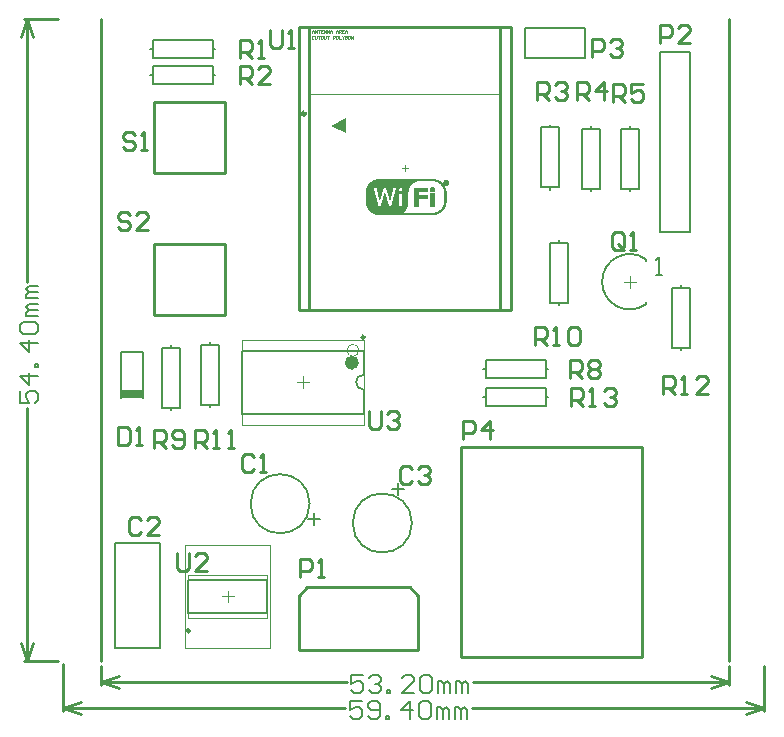
<source format=gto>
G04 Layer_Color=65535*
%FSLAX25Y25*%
%MOIN*%
G70*
G01*
G75*
%ADD18C,0.00394*%
%ADD19C,0.01000*%
%ADD20C,0.00200*%
%ADD21C,0.00197*%
%ADD32C,0.00787*%
%ADD33C,0.00984*%
%ADD34C,0.02362*%
%ADD35C,0.01181*%
%ADD36C,0.00050*%
%ADD37C,0.00600*%
%ADD38C,0.00591*%
%ADD39R,0.07480X0.03150*%
G36*
X94453Y176000D02*
X89453Y178500D01*
X94453Y181000D01*
Y176000D01*
D02*
G37*
D18*
X98701Y103630D02*
G03*
X98701Y103630I-1969J0D01*
G01*
X41811Y14279D02*
X68189D01*
X41811Y28886D02*
X68189D01*
X41811Y14279D02*
Y28886D01*
X68189Y14279D02*
Y28886D01*
X59724Y107173D02*
X100276D01*
X59724Y78827D02*
X100276D01*
Y107173D01*
X59724Y78827D02*
Y107173D01*
X55000Y19614D02*
Y23551D01*
X53031Y21583D02*
X56969D01*
X80000Y91032D02*
Y94969D01*
X78032Y93000D02*
X81969D01*
X187032Y126500D02*
X190969D01*
X189000Y124531D02*
Y128469D01*
X113980Y163333D02*
Y165333D01*
X112980Y164333D02*
X114980D01*
D19*
X222047Y-8000D02*
Y-1500D01*
X12598Y-8000D02*
Y-1500D01*
X136817Y-7000D02*
X222047D01*
X12598D02*
X94629D01*
X216047Y-5000D02*
X222047Y-7000D01*
X216047Y-9000D02*
X222047Y-7000D01*
X12598D02*
X18598Y-9000D01*
X12598Y-7000D02*
X18598Y-5000D01*
X233858Y-16500D02*
Y-1500D01*
X0Y-16500D02*
Y-1000D01*
X136423Y-15500D02*
X233858D01*
X0D02*
X94235D01*
X227858Y-13500D02*
X233858Y-15500D01*
X227858Y-17500D02*
X233858Y-15500D01*
X0D02*
X6000Y-17500D01*
X0Y-15500D02*
X6000Y-13500D01*
X-13000Y214173D02*
X-1500D01*
X-13000Y0D02*
X-1500D01*
X-12000Y126580D02*
Y214173D01*
Y0D02*
Y84393D01*
X-14000Y208173D02*
X-12000Y214173D01*
X-10000Y208173D01*
X-12000Y0D02*
X-10000Y6000D01*
X-14000D02*
X-12000Y0D01*
X132882Y1417D02*
Y71260D01*
Y1417D02*
X193118D01*
X132882Y71260D02*
X193118D01*
Y1417D02*
Y71260D01*
X12598Y0D02*
Y214173D01*
X222047Y0D02*
Y214173D01*
X82156Y182108D02*
Y211457D01*
Y117207D02*
Y119774D01*
X145806Y182107D02*
Y211457D01*
Y117207D02*
Y119775D01*
X82156Y211457D02*
X145806D01*
X82156Y117207D02*
X145806D01*
X118354Y3791D02*
Y21902D01*
X115598Y24657D02*
X118354Y21902D01*
X78591Y3791D02*
X117961D01*
X78591Y21902D02*
X81346Y24657D01*
X78591Y3791D02*
Y21902D01*
X81346Y24657D02*
X115598D01*
X30288Y186256D02*
X53909D01*
X30288Y162634D02*
Y186256D01*
X53909Y162634D02*
Y186256D01*
X30288Y162634D02*
X53909D01*
X30288Y139039D02*
X53909D01*
X30288Y115417D02*
Y139039D01*
X53909Y115417D02*
Y139039D01*
X30288Y115417D02*
X53909D01*
X102000Y83498D02*
Y78500D01*
X103000Y77500D01*
X104999D01*
X105999Y78500D01*
Y83498D01*
X107998Y82498D02*
X108998Y83498D01*
X110997D01*
X111997Y82498D01*
Y81499D01*
X110997Y80499D01*
X109997D01*
X110997D01*
X111997Y79499D01*
Y78500D01*
X110997Y77500D01*
X108998D01*
X107998Y78500D01*
X38000Y36081D02*
Y31082D01*
X39000Y30083D01*
X40999D01*
X41999Y31082D01*
Y36081D01*
X47997Y30083D02*
X43998D01*
X47997Y34081D01*
Y35081D01*
X46997Y36081D01*
X44998D01*
X43998Y35081D01*
X69000Y210498D02*
Y205500D01*
X70000Y204500D01*
X71999D01*
X72999Y205500D01*
Y210498D01*
X74998Y204500D02*
X76997D01*
X75998D01*
Y210498D01*
X74998Y209498D01*
X22499Y148782D02*
X21499Y149782D01*
X19500D01*
X18500Y148782D01*
Y147782D01*
X19500Y146782D01*
X21499D01*
X22499Y145783D01*
Y144783D01*
X21499Y143783D01*
X19500D01*
X18500Y144783D01*
X28497Y143783D02*
X24498D01*
X28497Y147782D01*
Y148782D01*
X27497Y149782D01*
X25498D01*
X24498Y148782D01*
X23999Y175282D02*
X22999Y176281D01*
X21000D01*
X20000Y175282D01*
Y174282D01*
X21000Y173282D01*
X22999D01*
X23999Y172283D01*
Y171283D01*
X22999Y170283D01*
X21000D01*
X20000Y171283D01*
X25998Y170283D02*
X27997D01*
X26998D01*
Y176281D01*
X25998Y175282D01*
X169500Y85000D02*
Y90998D01*
X172499D01*
X173499Y89998D01*
Y87999D01*
X172499Y86999D01*
X169500D01*
X171499D02*
X173499Y85000D01*
X175498D02*
X177497D01*
X176498D01*
Y90998D01*
X175498Y89998D01*
X180496D02*
X181496Y90998D01*
X183495D01*
X184495Y89998D01*
Y88999D01*
X183495Y87999D01*
X182496D01*
X183495D01*
X184495Y86999D01*
Y86000D01*
X183495Y85000D01*
X181496D01*
X180496Y86000D01*
X200000Y89000D02*
Y94998D01*
X202999D01*
X203999Y93998D01*
Y91999D01*
X202999Y90999D01*
X200000D01*
X201999D02*
X203999Y89000D01*
X205998D02*
X207997D01*
X206998D01*
Y94998D01*
X205998Y93998D01*
X214995Y89000D02*
X210996D01*
X214995Y92999D01*
Y93998D01*
X213996Y94998D01*
X211996D01*
X210996Y93998D01*
X44000Y71000D02*
Y76998D01*
X46999D01*
X47999Y75998D01*
Y73999D01*
X46999Y72999D01*
X44000D01*
X45999D02*
X47999Y71000D01*
X49998D02*
X51997D01*
X50998D01*
Y76998D01*
X49998Y75998D01*
X54996Y71000D02*
X56996D01*
X55996D01*
Y76998D01*
X54996Y75998D01*
X157500Y105500D02*
Y111498D01*
X160499D01*
X161499Y110498D01*
Y108499D01*
X160499Y107499D01*
X157500D01*
X159499D02*
X161499Y105500D01*
X163498D02*
X165497D01*
X164498D01*
Y111498D01*
X163498Y110498D01*
X168496D02*
X169496Y111498D01*
X171495D01*
X172495Y110498D01*
Y106500D01*
X171495Y105500D01*
X169496D01*
X168496Y106500D01*
Y110498D01*
X30500Y71000D02*
Y76998D01*
X33499D01*
X34499Y75998D01*
Y73999D01*
X33499Y72999D01*
X30500D01*
X32499D02*
X34499Y71000D01*
X36498Y72000D02*
X37498Y71000D01*
X39497D01*
X40497Y72000D01*
Y75998D01*
X39497Y76998D01*
X37498D01*
X36498Y75998D01*
Y74999D01*
X37498Y73999D01*
X40497D01*
X169000Y94500D02*
Y100498D01*
X171999D01*
X172999Y99498D01*
Y97499D01*
X171999Y96499D01*
X169000D01*
X170999D02*
X172999Y94500D01*
X174998Y99498D02*
X175998Y100498D01*
X177997D01*
X178997Y99498D01*
Y98499D01*
X177997Y97499D01*
X178997Y96499D01*
Y95500D01*
X177997Y94500D01*
X175998D01*
X174998Y95500D01*
Y96499D01*
X175998Y97499D01*
X174998Y98499D01*
Y99498D01*
X175998Y97499D02*
X177997D01*
X183500Y186500D02*
Y192498D01*
X186499D01*
X187499Y191498D01*
Y189499D01*
X186499Y188499D01*
X183500D01*
X185499D02*
X187499Y186500D01*
X193497Y192498D02*
X189498D01*
Y189499D01*
X191497Y190499D01*
X192497D01*
X193497Y189499D01*
Y187500D01*
X192497Y186500D01*
X190498D01*
X189498Y187500D01*
X171500Y187000D02*
Y192998D01*
X174499D01*
X175499Y191998D01*
Y189999D01*
X174499Y188999D01*
X171500D01*
X173499D02*
X175499Y187000D01*
X180497D02*
Y192998D01*
X177498Y189999D01*
X181497D01*
X158000Y187000D02*
Y192998D01*
X160999D01*
X161999Y191998D01*
Y189999D01*
X160999Y188999D01*
X158000D01*
X159999D02*
X161999Y187000D01*
X163998Y191998D02*
X164998Y192998D01*
X166997D01*
X167997Y191998D01*
Y190999D01*
X166997Y189999D01*
X165997D01*
X166997D01*
X167997Y188999D01*
Y188000D01*
X166997Y187000D01*
X164998D01*
X163998Y188000D01*
X59000Y192500D02*
Y198498D01*
X61999D01*
X62999Y197498D01*
Y195499D01*
X61999Y194499D01*
X59000D01*
X60999D02*
X62999Y192500D01*
X68997D02*
X64998D01*
X68997Y196499D01*
Y197498D01*
X67997Y198498D01*
X65998D01*
X64998Y197498D01*
X59000Y201000D02*
Y206998D01*
X61999D01*
X62999Y205998D01*
Y203999D01*
X61999Y202999D01*
X59000D01*
X60999D02*
X62999Y201000D01*
X64998D02*
X66997D01*
X65998D01*
Y206998D01*
X64998Y205998D01*
X186999Y138000D02*
Y141998D01*
X185999Y142998D01*
X184000D01*
X183000Y141998D01*
Y138000D01*
X184000Y137000D01*
X185999D01*
X184999Y138999D02*
X186999Y137000D01*
X185999D02*
X186999Y138000D01*
X188998Y137000D02*
X190997D01*
X189998D01*
Y142998D01*
X188998Y141998D01*
X133500Y74000D02*
Y79998D01*
X136499D01*
X137499Y78998D01*
Y76999D01*
X136499Y75999D01*
X133500D01*
X142497Y74000D02*
Y79998D01*
X139498Y76999D01*
X143497D01*
X176500Y201500D02*
Y207498D01*
X179499D01*
X180499Y206498D01*
Y204499D01*
X179499Y203499D01*
X176500D01*
X182498Y206498D02*
X183498Y207498D01*
X185497D01*
X186497Y206498D01*
Y205499D01*
X185497Y204499D01*
X184497D01*
X185497D01*
X186497Y203499D01*
Y202500D01*
X185497Y201500D01*
X183498D01*
X182498Y202500D01*
X199000Y206000D02*
Y211998D01*
X201999D01*
X202999Y210998D01*
Y208999D01*
X201999Y207999D01*
X199000D01*
X208997Y206000D02*
X204998D01*
X208997Y209999D01*
Y210998D01*
X207997Y211998D01*
X205998D01*
X204998Y210998D01*
X79058Y28128D02*
Y34126D01*
X82056D01*
X83056Y33127D01*
Y31127D01*
X82056Y30128D01*
X79058D01*
X85056Y28128D02*
X87055D01*
X86055D01*
Y34126D01*
X85056Y33127D01*
X18500Y77998D02*
Y72000D01*
X21499D01*
X22499Y73000D01*
Y76998D01*
X21499Y77998D01*
X18500D01*
X24498Y72000D02*
X26497D01*
X25498D01*
Y77998D01*
X24498Y76998D01*
X116499Y63998D02*
X115499Y64998D01*
X113500D01*
X112500Y63998D01*
Y60000D01*
X113500Y59000D01*
X115499D01*
X116499Y60000D01*
X118498Y63998D02*
X119498Y64998D01*
X121497D01*
X122497Y63998D01*
Y62999D01*
X121497Y61999D01*
X120497D01*
X121497D01*
X122497Y60999D01*
Y60000D01*
X121497Y59000D01*
X119498D01*
X118498Y60000D01*
X25999Y46998D02*
X24999Y47998D01*
X23000D01*
X22000Y46998D01*
Y43000D01*
X23000Y42000D01*
X24999D01*
X25999Y43000D01*
X31997Y42000D02*
X27998D01*
X31997Y45999D01*
Y46998D01*
X30997Y47998D01*
X28998D01*
X27998Y46998D01*
X63841Y67998D02*
X62842Y68998D01*
X60842D01*
X59843Y67998D01*
Y64000D01*
X60842Y63000D01*
X62842D01*
X63841Y64000D01*
X65841Y63000D02*
X67840D01*
X66840D01*
Y68998D01*
X65841Y67998D01*
X82155Y117208D02*
X145806D01*
Y211458D01*
X82155D02*
X145806D01*
X82155Y117208D02*
Y211458D01*
X78646Y117208D02*
Y211458D01*
X149315D01*
Y117208D02*
Y211458D01*
X78646Y117208D02*
X149315D01*
D20*
X81984Y189238D02*
Y211500D01*
X145984D01*
Y189238D02*
Y211500D01*
X81984Y189238D02*
X145984D01*
X83651Y208333D02*
X83484Y208500D01*
X83151D01*
X82984Y208333D01*
Y207667D01*
X83151Y207500D01*
X83484D01*
X83651Y207667D01*
X83984Y208500D02*
Y207667D01*
X84150Y207500D01*
X84484D01*
X84650Y207667D01*
Y208500D01*
X84984D02*
X85650D01*
X85317D01*
Y207500D01*
X86483Y208500D02*
X86150D01*
X85983Y208333D01*
Y207667D01*
X86150Y207500D01*
X86483D01*
X86650Y207667D01*
Y208333D01*
X86483Y208500D01*
X86983D02*
Y207667D01*
X87150Y207500D01*
X87483D01*
X87649Y207667D01*
Y208500D01*
X87983D02*
X88649D01*
X88316D01*
Y207500D01*
X89982D02*
Y208500D01*
X90482D01*
X90649Y208333D01*
Y208000D01*
X90482Y207833D01*
X89982D01*
X91482Y208500D02*
X91148D01*
X90982Y208333D01*
Y207667D01*
X91148Y207500D01*
X91482D01*
X91648Y207667D01*
Y208333D01*
X91482Y208500D01*
X91981D02*
Y207500D01*
X92648D01*
X92981Y208500D02*
Y208333D01*
X93314Y208000D01*
X93647Y208333D01*
Y208500D01*
X93314Y208000D02*
Y207500D01*
X94647Y208333D02*
X94481Y208500D01*
X94147D01*
X93981Y208333D01*
Y207667D01*
X94147Y207500D01*
X94481D01*
X94647Y207667D01*
Y208000D01*
X94314D01*
X95480Y208500D02*
X95147D01*
X94980Y208333D01*
Y207667D01*
X95147Y207500D01*
X95480D01*
X95647Y207667D01*
Y208333D01*
X95480Y208500D01*
X95980Y207500D02*
Y208500D01*
X96646Y207500D01*
Y208500D01*
X82984Y209500D02*
Y210167D01*
X83318Y210500D01*
X83651Y210167D01*
Y209500D01*
Y210000D01*
X82984D01*
X83984Y209500D02*
Y210500D01*
X84650Y209500D01*
Y210500D01*
X84984D02*
X85650D01*
X85317D01*
Y209500D01*
X86650Y210500D02*
X85983D01*
Y209500D01*
X86650D01*
X85983Y210000D02*
X86317D01*
X86983Y209500D02*
Y210500D01*
X87649Y209500D01*
Y210500D01*
X87983Y209500D02*
Y210500D01*
X88649Y209500D01*
Y210500D01*
X88982Y209500D02*
Y210167D01*
X89316Y210500D01*
X89649Y210167D01*
Y209500D01*
Y210000D01*
X88982D01*
X90982Y209500D02*
Y210167D01*
X91315Y210500D01*
X91648Y210167D01*
Y209500D01*
Y210000D01*
X90982D01*
X91981Y209500D02*
Y210500D01*
X92481D01*
X92648Y210333D01*
Y210000D01*
X92481Y209833D01*
X91981D01*
X92315D02*
X92648Y209500D01*
X93647Y210500D02*
X92981D01*
Y209500D01*
X93647D01*
X92981Y210000D02*
X93314D01*
X93981Y209500D02*
Y210167D01*
X94314Y210500D01*
X94647Y210167D01*
Y209500D01*
Y210000D01*
X93981D01*
D21*
X40827Y4457D02*
X69173D01*
X40827Y38709D02*
X69173D01*
X40827Y4457D02*
Y38709D01*
X69173Y4457D02*
Y38709D01*
D32*
X82264Y52500D02*
G03*
X82264Y52500I-9843J0D01*
G01*
X100276Y95500D02*
G03*
X100276Y90500I0J-2500D01*
G01*
X194315Y134059D02*
G03*
X194315Y118941I-5315J-7559D01*
G01*
X116342Y46079D02*
G03*
X116342Y46079I-9843J0D01*
G01*
X83642Y45382D02*
Y49252D01*
X81839Y47283D02*
X85709D01*
X162500Y139500D02*
X165500D01*
X162500Y119500D02*
Y139500D01*
Y119500D02*
X168500D01*
Y139500D01*
X165500D02*
X168500D01*
X165500Y118600D02*
Y119500D01*
Y139500D02*
Y140400D01*
X41811Y16071D02*
X68189D01*
X41811Y27094D02*
X68189D01*
X41811Y16071D02*
Y27094D01*
X68189Y16071D02*
Y27094D01*
X17500Y4500D02*
X32500D01*
X17500D02*
Y39500D01*
X32500D01*
Y4500D02*
Y39500D01*
X141000Y85000D02*
Y88000D01*
Y85000D02*
X161000D01*
Y91000D01*
X141000D02*
X161000D01*
X141000Y88000D02*
Y91000D01*
X161000Y88000D02*
X161900D01*
X140100D02*
X141000D01*
X161000Y97500D02*
Y100500D01*
X141000D02*
X161000D01*
X141000Y94500D02*
Y100500D01*
Y94500D02*
X161000D01*
Y97500D01*
X140100D02*
X141000D01*
X161000D02*
X161900D01*
X19260Y103177D02*
X26740D01*
Y87823D02*
Y103177D01*
X19260Y87823D02*
Y103177D01*
X59724Y103433D02*
X100276D01*
X59724Y82567D02*
X100276D01*
Y95500D02*
Y103433D01*
Y82567D02*
Y90500D01*
X59724Y82567D02*
Y103433D01*
X186000Y177500D02*
X189000D01*
X186000Y157500D02*
Y177500D01*
Y157500D02*
X192000D01*
Y177500D01*
X189000D02*
X192000D01*
X189000Y156600D02*
Y157500D01*
Y177500D02*
Y178400D01*
X206000Y104500D02*
X209000D01*
Y124500D01*
X203000D02*
X209000D01*
X203000Y104500D02*
Y124500D01*
Y104500D02*
X206000D01*
Y124500D02*
Y125400D01*
Y103600D02*
Y104500D01*
X50000Y195500D02*
Y198500D01*
X30000D02*
X50000D01*
X30000Y192500D02*
Y198500D01*
Y192500D02*
X50000D01*
Y195500D01*
X29100D02*
X30000D01*
X50000D02*
X50900D01*
X194315Y133390D02*
Y134059D01*
Y118941D02*
Y119610D01*
X33000Y104500D02*
X36000D01*
X33000Y84500D02*
Y104500D01*
Y84500D02*
X39000D01*
Y104500D01*
X36000D02*
X39000D01*
X36000Y83600D02*
Y84500D01*
Y104500D02*
Y105400D01*
X49000Y85500D02*
X52000D01*
Y105500D01*
X46000D02*
X52000D01*
X46000Y85500D02*
Y105500D01*
Y85500D02*
X49000D01*
Y105500D02*
Y106400D01*
Y84600D02*
Y85500D01*
X50000Y204000D02*
Y207000D01*
X30000D02*
X50000D01*
X30000Y201000D02*
Y207000D01*
Y201000D02*
X50000D01*
Y204000D01*
X29100D02*
X30000D01*
X50000D02*
X50900D01*
X154000Y201000D02*
Y211000D01*
X174000D01*
Y201000D02*
Y211000D01*
X154000Y201000D02*
X174000D01*
X199000Y143000D02*
X209000D01*
X199000Y203000D02*
X209000D01*
Y143000D02*
Y203000D01*
X199000Y143000D02*
Y203000D01*
X176000Y157500D02*
X179000D01*
Y177500D01*
X173000D02*
X179000D01*
X173000Y157500D02*
Y177500D01*
Y157500D02*
X176000D01*
Y177500D02*
Y178400D01*
Y156600D02*
Y157500D01*
X162500Y158000D02*
X165500D01*
Y178000D01*
X159500D02*
X165500D01*
X159500Y158000D02*
Y178000D01*
Y158000D02*
X162500D01*
Y178000D02*
Y178900D01*
Y157100D02*
Y158000D01*
X111716Y55496D02*
Y59366D01*
X109748Y57299D02*
X113618D01*
D33*
X42303Y10165D02*
G03*
X42303Y10165I-492J0D01*
G01*
X100610Y108000D02*
G03*
X100610Y108000I-492J0D01*
G01*
D34*
X97520Y99496D02*
G03*
X97520Y99496I-1181J0D01*
G01*
D35*
X80910Y182536D02*
G03*
X80910Y182536I-591J0D01*
G01*
D36*
X104884Y160700D02*
X123684D01*
X104584Y160650D02*
X123984D01*
X104384Y160600D02*
X124184D01*
X104184Y160550D02*
X124384D01*
X104034Y160500D02*
X124534D01*
X103884Y160450D02*
X124684D01*
X103784Y160400D02*
X124784D01*
X103634Y160350D02*
X124934D01*
X127434D02*
X127934D01*
X103534Y160300D02*
X125034D01*
X127284D02*
X128034D01*
X103434Y160250D02*
X118134D01*
X123784D02*
X125134D01*
X127234D02*
X128134D01*
X103334Y160200D02*
X117834D01*
X124034D02*
X125234D01*
X127184D02*
X127534D01*
X127834D02*
X128184D01*
X103234Y160150D02*
X117684D01*
X124234D02*
X125334D01*
X127084D02*
X127384D01*
X127984D02*
X128234D01*
X103184Y160100D02*
X117484D01*
X124434D02*
X125384D01*
X127084D02*
X127334D01*
X128034D02*
X128284D01*
X103084Y160050D02*
X117384D01*
X124584D02*
X125484D01*
X127034D02*
X127234D01*
X128084D02*
X128334D01*
X102984Y160000D02*
X117234D01*
X124684D02*
X125534D01*
X126984D02*
X127184D01*
X127334D02*
X127784D01*
X128134D02*
X128334D01*
X102934Y159950D02*
X117134D01*
X124834D02*
X125634D01*
X126984D02*
X127184D01*
X127334D02*
X127934D01*
X128184D02*
X128384D01*
X102884Y159900D02*
X117034D01*
X124934D02*
X125684D01*
X126934D02*
X127134D01*
X127334D02*
X127984D01*
X128234D02*
X128384D01*
X102784Y159850D02*
X116934D01*
X125034D02*
X125784D01*
X126934D02*
X127134D01*
X127334D02*
X127484D01*
X127734D02*
X127984D01*
X128234D02*
X128434D01*
X102734Y159800D02*
X116834D01*
X125134D02*
X125834D01*
X126934D02*
X127084D01*
X127334D02*
X127484D01*
X127784D02*
X127984D01*
X128284D02*
X128434D01*
X102684Y159750D02*
X116734D01*
X125184D02*
X125884D01*
X126884D02*
X127084D01*
X127334D02*
X127484D01*
X127784D02*
X127984D01*
X128284D02*
X128434D01*
X102584Y159700D02*
X116684D01*
X125284D02*
X125984D01*
X126884D02*
X127084D01*
X127334D02*
X127484D01*
X127784D02*
X127984D01*
X128284D02*
X128434D01*
X102534Y159650D02*
X116584D01*
X125334D02*
X126034D01*
X126884D02*
X127084D01*
X127334D02*
X127984D01*
X128284D02*
X128484D01*
X102484Y159600D02*
X116534D01*
X125434D02*
X126084D01*
X126884D02*
X127084D01*
X127334D02*
X127934D01*
X128284D02*
X128484D01*
X102434Y159550D02*
X116434D01*
X125484D02*
X126134D01*
X126884D02*
X127034D01*
X127334D02*
X127834D01*
X128284D02*
X128484D01*
X102384Y159500D02*
X116384D01*
X125584D02*
X126184D01*
X126884D02*
X127084D01*
X127334D02*
X127484D01*
X127584D02*
X127834D01*
X128284D02*
X128484D01*
X102334Y159450D02*
X116334D01*
X125634D02*
X126234D01*
X126884D02*
X127084D01*
X127334D02*
X127484D01*
X127684D02*
X127884D01*
X128284D02*
X128434D01*
X102284Y159400D02*
X116284D01*
X125684D02*
X126284D01*
X126884D02*
X127084D01*
X127334D02*
X127484D01*
X127684D02*
X127934D01*
X128284D02*
X128434D01*
X102234Y159350D02*
X116184D01*
X125784D02*
X126334D01*
X126934D02*
X127084D01*
X127334D02*
X127484D01*
X127734D02*
X127934D01*
X128234D02*
X128434D01*
X102184Y159300D02*
X116134D01*
X125834D02*
X126384D01*
X126934D02*
X127134D01*
X127334D02*
X127484D01*
X127784D02*
X127984D01*
X128234D02*
X128434D01*
X102134Y159250D02*
X116084D01*
X125884D02*
X126434D01*
X126984D02*
X127134D01*
X127334D02*
X127484D01*
X127784D02*
X128034D01*
X128184D02*
X128384D01*
X102084Y159200D02*
X116034D01*
X125934D02*
X126484D01*
X126984D02*
X127184D01*
X127334D02*
X127484D01*
X127834D02*
X128034D01*
X128184D02*
X128384D01*
X102034Y159150D02*
X115984D01*
X125984D02*
X126534D01*
X127034D02*
X127234D01*
X128134D02*
X128334D01*
X101984Y159100D02*
X115934D01*
X126034D02*
X126534D01*
X127034D02*
X127284D01*
X128034D02*
X128284D01*
X101984Y159050D02*
X115884D01*
X126084D02*
X126584D01*
X127084D02*
X127384D01*
X127984D02*
X128234D01*
X101934Y159000D02*
X115884D01*
X126134D02*
X126634D01*
X127134D02*
X127484D01*
X127884D02*
X128184D01*
X101884Y158950D02*
X115834D01*
X126184D02*
X126684D01*
X127234D02*
X128134D01*
X101834Y158900D02*
X115784D01*
X126184D02*
X126734D01*
X127284D02*
X128084D01*
X101834Y158850D02*
X115734D01*
X126234D02*
X126734D01*
X127434D02*
X127934D01*
X101784Y158800D02*
X115684D01*
X126284D02*
X126784D01*
X101734Y158750D02*
X115634D01*
X126334D02*
X126834D01*
X101684Y158700D02*
X115634D01*
X126384D02*
X126834D01*
X101684Y158650D02*
X115584D01*
X126384D02*
X126884D01*
X101634Y158600D02*
X115534D01*
X126434D02*
X126934D01*
X101634Y158550D02*
X115534D01*
X126484D02*
X126934D01*
X101584Y158500D02*
X115484D01*
X126484D02*
X126984D01*
X101534Y158450D02*
X115434D01*
X126534D02*
X126984D01*
X101534Y158400D02*
X115434D01*
X126584D02*
X127034D01*
X101484Y158350D02*
X115384D01*
X126584D02*
X127084D01*
X101484Y158300D02*
X115384D01*
X126634D02*
X127084D01*
X101434Y158250D02*
X115334D01*
X126634D02*
X127134D01*
X101434Y158200D02*
X115334D01*
X126684D02*
X127134D01*
X101384Y158150D02*
X115284D01*
X126734D02*
X127184D01*
X101384Y158100D02*
X112334D01*
X112584D02*
X115284D01*
X122934D02*
X123134D01*
X126734D02*
X127184D01*
X101334Y158050D02*
X112134D01*
X112734D02*
X115234D01*
X122734D02*
X123334D01*
X126784D02*
X127184D01*
X101334Y158000D02*
X112034D01*
X112834D02*
X115234D01*
X122634D02*
X123434D01*
X126784D02*
X127234D01*
X101334Y157950D02*
X103334D01*
X103384D02*
X103434D01*
X104334D02*
X104434D01*
X104484D02*
X106634D01*
X107534D02*
X107584D01*
X107634D02*
X107734D01*
X107784D02*
X109884D01*
X110984D02*
X111034D01*
X111084D02*
X111984D01*
X112934D02*
X115184D01*
X122584D02*
X123534D01*
X126784D02*
X127234D01*
X101284Y157900D02*
X103284D01*
X104634D02*
X106634D01*
X107784D02*
X109834D01*
X111084D02*
X111934D01*
X112984D02*
X115184D01*
X116934D02*
X121484D01*
X122534D02*
X123584D01*
X126834D02*
X127284D01*
X101284Y157850D02*
X103284D01*
X104634D02*
X106634D01*
X107834D02*
X109834D01*
X111084D02*
X111884D01*
X113034D02*
X115184D01*
X116934D02*
X121534D01*
X122484D02*
X123634D01*
X126834D02*
X127284D01*
X101234Y157800D02*
X103334D01*
X104634D02*
X106584D01*
X107834D02*
X109834D01*
X111034D02*
X111834D01*
X113084D02*
X115134D01*
X116934D02*
X121484D01*
X122434D02*
X123634D01*
X126884D02*
X127284D01*
X101234Y157750D02*
X103334D01*
X104634D02*
X106584D01*
X107834D02*
X109784D01*
X111034D02*
X111784D01*
X113084D02*
X115134D01*
X116934D02*
X121484D01*
X122384D02*
X123684D01*
X126884D02*
X127334D01*
X101234Y157700D02*
X103334D01*
X104684D02*
X106584D01*
X107834D02*
X109784D01*
X111034D02*
X111784D01*
X113134D02*
X115084D01*
X116934D02*
X121484D01*
X122384D02*
X123734D01*
X126884D02*
X127334D01*
X101184Y157650D02*
X103334D01*
X104684D02*
X106534D01*
X107884D02*
X109784D01*
X111034D02*
X111734D01*
X113134D02*
X115084D01*
X116934D02*
X121484D01*
X122334D02*
X123734D01*
X126934D02*
X127384D01*
X101184Y157600D02*
X103384D01*
X104684D02*
X106534D01*
X107884D02*
X109784D01*
X110984D02*
X111734D01*
X113184D02*
X115084D01*
X116934D02*
X121484D01*
X122334D02*
X123784D01*
X126934D02*
X127384D01*
X101184Y157550D02*
X103384D01*
X104684D02*
X106534D01*
X107884D02*
X109784D01*
X110984D02*
X111734D01*
X113184D02*
X115034D01*
X116934D02*
X121484D01*
X122334D02*
X123784D01*
X126984D02*
X127384D01*
X101134Y157500D02*
X103384D01*
X104734D02*
X106484D01*
X107934D02*
X109734D01*
X110984D02*
X111684D01*
X113184D02*
X115034D01*
X116934D02*
X121484D01*
X122284D02*
X123784D01*
X126984D02*
X127384D01*
X101134Y157450D02*
X103384D01*
X104734D02*
X106484D01*
X107934D02*
X109734D01*
X110984D02*
X111684D01*
X113184D02*
X115034D01*
X116934D02*
X121484D01*
X122284D02*
X123784D01*
X126984D02*
X127434D01*
X101134Y157400D02*
X103434D01*
X104734D02*
X106484D01*
X107934D02*
X109734D01*
X110934D02*
X111684D01*
X113184D02*
X115034D01*
X116934D02*
X121484D01*
X122284D02*
X123784D01*
X126984D02*
X127434D01*
X101134Y157350D02*
X103434D01*
X104734D02*
X106484D01*
X107934D02*
X109734D01*
X110934D02*
X111684D01*
X113234D02*
X114984D01*
X116934D02*
X121484D01*
X122284D02*
X123784D01*
X127034D02*
X127434D01*
X101084Y157300D02*
X103434D01*
X104734D02*
X106434D01*
X107984D02*
X109684D01*
X110934D02*
X111684D01*
X113184D02*
X114984D01*
X116934D02*
X121484D01*
X122284D02*
X123784D01*
X127034D02*
X127484D01*
X101084Y157250D02*
X103434D01*
X104784D02*
X106434D01*
X107984D02*
X109684D01*
X110934D02*
X111684D01*
X113184D02*
X114984D01*
X116934D02*
X121484D01*
X122284D02*
X123784D01*
X127034D02*
X127484D01*
X101084Y157200D02*
X103484D01*
X104784D02*
X106434D01*
X107984D02*
X109684D01*
X110884D02*
X111734D01*
X113184D02*
X114984D01*
X116934D02*
X121484D01*
X122284D02*
X123784D01*
X127034D02*
X127484D01*
X101084Y157150D02*
X103484D01*
X104784D02*
X106384D01*
X108034D02*
X109684D01*
X110884D02*
X111734D01*
X113184D02*
X114934D01*
X116934D02*
X121484D01*
X122334D02*
X123784D01*
X127084D02*
X127484D01*
X101084Y157100D02*
X103484D01*
X104784D02*
X106384D01*
X108034D02*
X109634D01*
X110884D02*
X111734D01*
X113184D02*
X114934D01*
X116934D02*
X121484D01*
X122334D02*
X123734D01*
X127084D02*
X127484D01*
X101034Y157050D02*
X103534D01*
X104834D02*
X106384D01*
X108034D02*
X109634D01*
X110884D02*
X111734D01*
X113134D02*
X114934D01*
X116934D02*
X121484D01*
X122334D02*
X123734D01*
X127084D02*
X127534D01*
X101034Y157000D02*
X103534D01*
X104834D02*
X106384D01*
X108034D02*
X109634D01*
X110834D02*
X111784D01*
X113134D02*
X114934D01*
X116934D02*
X121484D01*
X122384D02*
X123734D01*
X127084D02*
X127534D01*
X101034Y156950D02*
X103534D01*
X104834D02*
X106334D01*
X108084D02*
X109634D01*
X110834D02*
X111784D01*
X113084D02*
X114934D01*
X116934D02*
X121484D01*
X122384D02*
X123684D01*
X127084D02*
X127534D01*
X101034Y156900D02*
X103534D01*
X104834D02*
X106334D01*
X108084D02*
X109584D01*
X110834D02*
X111834D01*
X113034D02*
X114934D01*
X116934D02*
X121484D01*
X122434D02*
X123634D01*
X127134D02*
X127534D01*
X101034Y156850D02*
X103584D01*
X104834D02*
X106334D01*
X108084D02*
X109584D01*
X110784D02*
X111884D01*
X113034D02*
X114934D01*
X116934D02*
X121484D01*
X122484D02*
X123634D01*
X127134D02*
X127534D01*
X101034Y156800D02*
X103584D01*
X104884D02*
X106284D01*
X108134D02*
X109584D01*
X110784D02*
X111934D01*
X112984D02*
X114884D01*
X116934D02*
X121534D01*
X122534D02*
X123584D01*
X127134D02*
X127534D01*
X101034Y156750D02*
X103584D01*
X104884D02*
X106284D01*
X108134D02*
X109584D01*
X110784D02*
X111984D01*
X112934D02*
X114884D01*
X116934D02*
X121484D01*
X122584D02*
X123484D01*
X127134D02*
X127534D01*
X100984Y156700D02*
X103584D01*
X104884D02*
X106284D01*
X108134D02*
X109584D01*
X110784D02*
X112084D01*
X112834D02*
X114884D01*
X116934D02*
X118284D01*
X122634D02*
X123434D01*
X127134D02*
X127584D01*
X100984Y156650D02*
X103634D01*
X104884D02*
X106234D01*
X108134D02*
X109534D01*
X110734D02*
X112184D01*
X112734D02*
X114884D01*
X116934D02*
X118284D01*
X122784D02*
X123334D01*
X127134D02*
X127584D01*
X100984Y156600D02*
X103634D01*
X104934D02*
X106234D01*
X108184D02*
X109534D01*
X110734D02*
X112384D01*
X112434D02*
X114884D01*
X116934D02*
X118284D01*
X122984D02*
X123034D01*
X127134D02*
X127584D01*
X100984Y156550D02*
X103634D01*
X104934D02*
X106234D01*
X108184D02*
X109534D01*
X110734D02*
X114884D01*
X116934D02*
X118284D01*
X127134D02*
X127584D01*
X100984Y156500D02*
X103634D01*
X104934D02*
X106234D01*
X108184D02*
X109534D01*
X110734D02*
X114884D01*
X116934D02*
X118284D01*
X127134D02*
X127584D01*
X100984Y156450D02*
X103684D01*
X104934D02*
X106184D01*
X108234D02*
X109534D01*
X110684D02*
X114884D01*
X116934D02*
X118284D01*
X127134D02*
X127584D01*
X100984Y156400D02*
X103684D01*
X104934D02*
X106184D01*
X108234D02*
X109484D01*
X110684D02*
X114884D01*
X116934D02*
X118284D01*
X127134D02*
X127584D01*
X100984Y156350D02*
X103684D01*
X104984D02*
X106184D01*
X108234D02*
X109484D01*
X110684D02*
X114884D01*
X116934D02*
X118284D01*
X127134D02*
X127584D01*
X100984Y156300D02*
X103734D01*
X104984D02*
X106134D01*
X108234D02*
X109484D01*
X110684D02*
X114884D01*
X116934D02*
X118284D01*
X127134D02*
X127584D01*
X100984Y156250D02*
X103734D01*
X104984D02*
X106134D01*
X108284D02*
X109484D01*
X110634D02*
X114884D01*
X116934D02*
X118284D01*
X127134D02*
X127584D01*
X100984Y156200D02*
X103734D01*
X104984D02*
X106134D01*
X108284D02*
X109434D01*
X110634D02*
X114884D01*
X116934D02*
X118284D01*
X127134D02*
X127584D01*
X100984Y156150D02*
X103734D01*
X105034D02*
X106134D01*
X108284D02*
X109434D01*
X110634D02*
X114884D01*
X116934D02*
X118284D01*
X127134D02*
X127584D01*
X100984Y156100D02*
X103784D01*
X105034D02*
X106084D01*
X108334D02*
X109434D01*
X110634D02*
X114884D01*
X116934D02*
X118284D01*
X127134D02*
X127584D01*
X100984Y156050D02*
X103784D01*
X105034D02*
X106084D01*
X108334D02*
X109434D01*
X110584D02*
X114884D01*
X116934D02*
X118284D01*
X127134D02*
X127584D01*
X100984Y156000D02*
X103784D01*
X105034D02*
X106084D01*
X107134D02*
X107184D01*
X108334D02*
X109384D01*
X110584D02*
X111784D01*
X113084D02*
X114884D01*
X116934D02*
X118284D01*
X122384D02*
X123684D01*
X127134D02*
X127584D01*
X100984Y155950D02*
X103784D01*
X105084D02*
X106034D01*
X107134D02*
X107234D01*
X108334D02*
X109384D01*
X110584D02*
X111784D01*
X113084D02*
X114884D01*
X116934D02*
X118284D01*
X122384D02*
X123684D01*
X127134D02*
X127584D01*
X100984Y155900D02*
X103834D01*
X105084D02*
X106034D01*
X107134D02*
X107234D01*
X108384D02*
X109384D01*
X110534D02*
X111784D01*
X113084D02*
X114884D01*
X116934D02*
X118284D01*
X122384D02*
X123684D01*
X127134D02*
X127584D01*
X100984Y155850D02*
X103834D01*
X105084D02*
X106034D01*
X107134D02*
X107234D01*
X108384D02*
X109384D01*
X110534D02*
X111784D01*
X113084D02*
X114884D01*
X116934D02*
X118284D01*
X122384D02*
X123684D01*
X127134D02*
X127584D01*
X100984Y155800D02*
X103834D01*
X105084D02*
X105984D01*
X107084D02*
X107234D01*
X108384D02*
X109334D01*
X110534D02*
X111784D01*
X113084D02*
X114884D01*
X116934D02*
X118284D01*
X122384D02*
X123684D01*
X127134D02*
X127584D01*
X100984Y155750D02*
X103834D01*
X105084D02*
X105984D01*
X107084D02*
X107284D01*
X108384D02*
X109334D01*
X110534D02*
X111834D01*
X113084D02*
X114884D01*
X116934D02*
X118284D01*
X122384D02*
X123684D01*
X127134D02*
X127584D01*
X100984Y155700D02*
X103884D01*
X105134D02*
X105984D01*
X107084D02*
X107284D01*
X108434D02*
X109334D01*
X110484D02*
X111784D01*
X113084D02*
X114884D01*
X116934D02*
X118284D01*
X122384D02*
X123684D01*
X127134D02*
X127584D01*
X100984Y155650D02*
X103884D01*
X105134D02*
X105984D01*
X107034D02*
X107284D01*
X108434D02*
X109334D01*
X110484D02*
X111784D01*
X113084D02*
X114884D01*
X116934D02*
X118284D01*
X122384D02*
X123684D01*
X127134D02*
X127584D01*
X100984Y155600D02*
X103884D01*
X105134D02*
X105934D01*
X107034D02*
X107334D01*
X108434D02*
X109334D01*
X110484D02*
X111784D01*
X113084D02*
X114884D01*
X116934D02*
X118284D01*
X122384D02*
X123684D01*
X127134D02*
X127584D01*
X100984Y155550D02*
X103934D01*
X105134D02*
X105934D01*
X107034D02*
X107334D01*
X108484D02*
X109284D01*
X110484D02*
X111784D01*
X113084D02*
X114884D01*
X116934D02*
X118284D01*
X122384D02*
X123684D01*
X127134D02*
X127584D01*
X100984Y155500D02*
X103934D01*
X105184D02*
X105934D01*
X107034D02*
X107334D01*
X108484D02*
X109284D01*
X110434D02*
X111784D01*
X113084D02*
X114884D01*
X116934D02*
X118284D01*
X122384D02*
X123684D01*
X127134D02*
X127584D01*
X100984Y155450D02*
X103934D01*
X105184D02*
X105884D01*
X106984D02*
X107334D01*
X108484D02*
X109284D01*
X110434D02*
X111784D01*
X113084D02*
X114884D01*
X116934D02*
X121284D01*
X122384D02*
X123684D01*
X127134D02*
X127584D01*
X100984Y155400D02*
X103934D01*
X105184D02*
X105884D01*
X106984D02*
X107384D01*
X108484D02*
X109284D01*
X110434D02*
X111784D01*
X113084D02*
X114884D01*
X116934D02*
X121284D01*
X122384D02*
X123684D01*
X127134D02*
X127584D01*
X100984Y155350D02*
X103984D01*
X105184D02*
X105884D01*
X106984D02*
X107384D01*
X108534D02*
X109234D01*
X110434D02*
X111784D01*
X113084D02*
X114884D01*
X116934D02*
X121284D01*
X122384D02*
X123684D01*
X127134D02*
X127584D01*
X100984Y155300D02*
X103984D01*
X105184D02*
X105834D01*
X106934D02*
X107384D01*
X108534D02*
X109234D01*
X110384D02*
X111784D01*
X113084D02*
X114884D01*
X116934D02*
X121284D01*
X122384D02*
X123684D01*
X127134D02*
X127584D01*
X100984Y155250D02*
X103984D01*
X105234D02*
X105834D01*
X106934D02*
X107434D01*
X108534D02*
X109234D01*
X110384D02*
X111784D01*
X113084D02*
X114884D01*
X116934D02*
X121284D01*
X122384D02*
X123684D01*
X127134D02*
X127584D01*
X100984Y155200D02*
X103984D01*
X105234D02*
X105834D01*
X106934D02*
X107434D01*
X108584D02*
X109234D01*
X110384D02*
X111784D01*
X113084D02*
X114884D01*
X116934D02*
X121284D01*
X122384D02*
X123684D01*
X127134D02*
X127584D01*
X100984Y155150D02*
X104034D01*
X105234D02*
X105834D01*
X106934D02*
X107434D01*
X108584D02*
X109184D01*
X110334D02*
X111784D01*
X113084D02*
X114884D01*
X116934D02*
X121284D01*
X122384D02*
X123684D01*
X127134D02*
X127584D01*
X100984Y155100D02*
X104034D01*
X105234D02*
X105784D01*
X106884D02*
X107434D01*
X108584D02*
X109184D01*
X110334D02*
X111784D01*
X113084D02*
X114884D01*
X116934D02*
X121284D01*
X122384D02*
X123684D01*
X127134D02*
X127584D01*
X100984Y155050D02*
X104034D01*
X105284D02*
X105784D01*
X106884D02*
X107484D01*
X108584D02*
X109184D01*
X110334D02*
X111784D01*
X113084D02*
X114884D01*
X116934D02*
X121284D01*
X122384D02*
X123684D01*
X127134D02*
X127584D01*
X100984Y155000D02*
X104084D01*
X105284D02*
X105784D01*
X106884D02*
X107484D01*
X108634D02*
X109184D01*
X110334D02*
X111784D01*
X113084D02*
X114884D01*
X116934D02*
X121284D01*
X122384D02*
X123684D01*
X127134D02*
X127584D01*
X100984Y154950D02*
X104084D01*
X105284D02*
X105734D01*
X106834D02*
X107484D01*
X108634D02*
X109184D01*
X110284D02*
X111784D01*
X113084D02*
X114884D01*
X116934D02*
X121284D01*
X122384D02*
X123684D01*
X127134D02*
X127584D01*
X100984Y154900D02*
X104084D01*
X105284D02*
X105734D01*
X106834D02*
X107534D01*
X108634D02*
X109134D01*
X110284D02*
X111784D01*
X113084D02*
X114884D01*
X116934D02*
X121284D01*
X122384D02*
X123684D01*
X127134D02*
X127584D01*
X100984Y154850D02*
X104084D01*
X105284D02*
X105734D01*
X106834D02*
X107534D01*
X108684D02*
X109134D01*
X110284D02*
X111784D01*
X113084D02*
X114884D01*
X116934D02*
X121284D01*
X122384D02*
X123684D01*
X127134D02*
X127584D01*
X100984Y154800D02*
X104134D01*
X105334D02*
X105734D01*
X106834D02*
X107534D01*
X108684D02*
X109134D01*
X110284D02*
X111784D01*
X113084D02*
X114884D01*
X116934D02*
X121284D01*
X122384D02*
X123684D01*
X127134D02*
X127584D01*
X100984Y154750D02*
X104134D01*
X105334D02*
X105684D01*
X106784D02*
X107534D01*
X108684D02*
X109134D01*
X110234D02*
X111784D01*
X113084D02*
X114884D01*
X116934D02*
X121284D01*
X122384D02*
X123684D01*
X127134D02*
X127584D01*
X100984Y154700D02*
X104134D01*
X105334D02*
X105684D01*
X106784D02*
X107584D01*
X108734D02*
X109084D01*
X110234D02*
X111784D01*
X113084D02*
X114884D01*
X116934D02*
X121284D01*
X122384D02*
X123684D01*
X127134D02*
X127584D01*
X100984Y154650D02*
X104134D01*
X105334D02*
X105684D01*
X106784D02*
X107584D01*
X108734D02*
X109084D01*
X110234D02*
X111784D01*
X113084D02*
X114884D01*
X116934D02*
X121284D01*
X122384D02*
X123684D01*
X127134D02*
X127584D01*
X100984Y154600D02*
X104184D01*
X105384D02*
X105634D01*
X106734D02*
X107584D01*
X108734D02*
X109084D01*
X110234D02*
X111784D01*
X113084D02*
X114884D01*
X116934D02*
X121284D01*
X122384D02*
X123684D01*
X127134D02*
X127584D01*
X100984Y154550D02*
X104184D01*
X105384D02*
X105634D01*
X106734D02*
X107634D01*
X108734D02*
X109084D01*
X110184D02*
X111784D01*
X113084D02*
X114884D01*
X116934D02*
X121284D01*
X122384D02*
X123684D01*
X127134D02*
X127584D01*
X100984Y154500D02*
X104184D01*
X105384D02*
X105634D01*
X106734D02*
X107634D01*
X108784D02*
X109034D01*
X110184D02*
X111784D01*
X113084D02*
X114884D01*
X116934D02*
X121284D01*
X122384D02*
X123684D01*
X127134D02*
X127584D01*
X100984Y154450D02*
X104184D01*
X105384D02*
X105584D01*
X106734D02*
X107634D01*
X108784D02*
X109034D01*
X110184D02*
X111784D01*
X113084D02*
X114884D01*
X116934D02*
X121284D01*
X122384D02*
X123684D01*
X127134D02*
X127584D01*
X100984Y154400D02*
X104234D01*
X105384D02*
X105584D01*
X106684D02*
X107634D01*
X108784D02*
X109034D01*
X110184D02*
X111784D01*
X113084D02*
X114884D01*
X116934D02*
X121284D01*
X122384D02*
X123684D01*
X127134D02*
X127584D01*
X100984Y154350D02*
X104234D01*
X105434D02*
X105584D01*
X106684D02*
X107684D01*
X108784D02*
X109034D01*
X110134D02*
X111784D01*
X113084D02*
X114884D01*
X116934D02*
X121284D01*
X122384D02*
X123684D01*
X127134D02*
X127584D01*
X100984Y154300D02*
X104234D01*
X105434D02*
X105584D01*
X106684D02*
X107684D01*
X108834D02*
X109034D01*
X110134D02*
X111784D01*
X113084D02*
X114884D01*
X116934D02*
X121284D01*
X122384D02*
X123684D01*
X127134D02*
X127584D01*
X100984Y154250D02*
X104284D01*
X105434D02*
X105534D01*
X106634D02*
X107684D01*
X108834D02*
X108984D01*
X110134D02*
X111784D01*
X113084D02*
X114884D01*
X116934D02*
X121284D01*
X122384D02*
X123684D01*
X127134D02*
X127584D01*
X100984Y154200D02*
X104284D01*
X105434D02*
X105534D01*
X106634D02*
X107734D01*
X108834D02*
X108984D01*
X110084D02*
X111784D01*
X113084D02*
X114884D01*
X116934D02*
X118284D01*
X122384D02*
X123684D01*
X127134D02*
X127584D01*
X100984Y154150D02*
X104284D01*
X105484D02*
X105534D01*
X106634D02*
X107734D01*
X108884D02*
X108984D01*
X110084D02*
X111784D01*
X113084D02*
X114884D01*
X116934D02*
X118284D01*
X122384D02*
X123684D01*
X127134D02*
X127584D01*
X100984Y154100D02*
X104284D01*
X106634D02*
X107734D01*
X108884D02*
X108984D01*
X110084D02*
X111784D01*
X113084D02*
X114884D01*
X116934D02*
X118284D01*
X122384D02*
X123684D01*
X127134D02*
X127584D01*
X100984Y154050D02*
X104334D01*
X106584D02*
X107734D01*
X108884D02*
X108934D01*
X110084D02*
X111784D01*
X113084D02*
X114884D01*
X116934D02*
X118284D01*
X122384D02*
X123684D01*
X127134D02*
X127584D01*
X100984Y154000D02*
X104334D01*
X106584D02*
X107784D01*
X108884D02*
X108934D01*
X110034D02*
X111784D01*
X113084D02*
X114884D01*
X116934D02*
X118284D01*
X122384D02*
X123684D01*
X127134D02*
X127584D01*
X100984Y153950D02*
X104334D01*
X106584D02*
X107784D01*
X110034D02*
X111784D01*
X113084D02*
X114884D01*
X116934D02*
X118284D01*
X122384D02*
X123684D01*
X127134D02*
X127584D01*
X100984Y153900D02*
X104334D01*
X106534D02*
X107784D01*
X110034D02*
X111784D01*
X113084D02*
X114884D01*
X116934D02*
X118284D01*
X122384D02*
X123684D01*
X127134D02*
X127584D01*
X100984Y153850D02*
X104384D01*
X106534D02*
X107834D01*
X110034D02*
X111784D01*
X113084D02*
X114884D01*
X116934D02*
X118284D01*
X122384D02*
X123684D01*
X127134D02*
X127584D01*
X100984Y153800D02*
X104384D01*
X106534D02*
X107834D01*
X109984D02*
X111784D01*
X113084D02*
X114884D01*
X116934D02*
X118284D01*
X122384D02*
X123684D01*
X127134D02*
X127584D01*
X100984Y153750D02*
X104384D01*
X106484D02*
X107834D01*
X109984D02*
X111784D01*
X113084D02*
X114884D01*
X116934D02*
X118284D01*
X122384D02*
X123684D01*
X127134D02*
X127584D01*
X100984Y153700D02*
X104434D01*
X106484D02*
X107884D01*
X109984D02*
X111784D01*
X113084D02*
X114884D01*
X116934D02*
X118284D01*
X122384D02*
X123684D01*
X127134D02*
X127584D01*
X100984Y153650D02*
X104434D01*
X106484D02*
X107884D01*
X109984D02*
X111784D01*
X113084D02*
X114884D01*
X116934D02*
X118284D01*
X122384D02*
X123684D01*
X127134D02*
X127584D01*
X100984Y153600D02*
X104434D01*
X106484D02*
X107884D01*
X109934D02*
X111784D01*
X113084D02*
X114884D01*
X116934D02*
X118284D01*
X122384D02*
X123684D01*
X127134D02*
X127584D01*
X100984Y153550D02*
X104434D01*
X106434D02*
X107884D01*
X109934D02*
X111784D01*
X113084D02*
X114884D01*
X116934D02*
X118284D01*
X122384D02*
X123684D01*
X127134D02*
X127584D01*
X100984Y153500D02*
X104484D01*
X106434D02*
X107934D01*
X109934D02*
X111784D01*
X113084D02*
X114884D01*
X116934D02*
X118284D01*
X122384D02*
X123684D01*
X127134D02*
X127584D01*
X100984Y153450D02*
X104484D01*
X106434D02*
X107934D01*
X109934D02*
X111784D01*
X113084D02*
X114884D01*
X116934D02*
X118284D01*
X122384D02*
X123684D01*
X127134D02*
X127584D01*
X100984Y153400D02*
X104484D01*
X106384D02*
X107934D01*
X109884D02*
X111784D01*
X113084D02*
X114884D01*
X116934D02*
X118284D01*
X122384D02*
X123684D01*
X127134D02*
X127584D01*
X100984Y153350D02*
X104484D01*
X106384D02*
X107934D01*
X109884D02*
X111784D01*
X113084D02*
X114884D01*
X116934D02*
X118284D01*
X122384D02*
X123684D01*
X127134D02*
X127584D01*
X100984Y153300D02*
X104534D01*
X106384D02*
X107984D01*
X109884D02*
X111784D01*
X113084D02*
X114884D01*
X116934D02*
X118284D01*
X122384D02*
X123684D01*
X127134D02*
X127584D01*
X100984Y153250D02*
X104534D01*
X106384D02*
X107984D01*
X109834D02*
X111784D01*
X113084D02*
X114884D01*
X116934D02*
X118284D01*
X122384D02*
X123684D01*
X127134D02*
X127584D01*
X100984Y153200D02*
X104534D01*
X106334D02*
X107984D01*
X109834D02*
X111784D01*
X113084D02*
X114884D01*
X116934D02*
X118284D01*
X122384D02*
X123684D01*
X127134D02*
X127584D01*
X100984Y153150D02*
X104534D01*
X106334D02*
X108034D01*
X109834D02*
X111784D01*
X113084D02*
X114884D01*
X116934D02*
X118284D01*
X122384D02*
X123684D01*
X127134D02*
X127584D01*
X100984Y153100D02*
X104584D01*
X106334D02*
X108034D01*
X109834D02*
X111784D01*
X113084D02*
X114884D01*
X116934D02*
X118284D01*
X122384D02*
X123684D01*
X127134D02*
X127584D01*
X100984Y153050D02*
X104584D01*
X106284D02*
X108034D01*
X109784D02*
X111784D01*
X113084D02*
X114884D01*
X116934D02*
X118284D01*
X122384D02*
X123684D01*
X127134D02*
X127584D01*
X101034Y153000D02*
X104584D01*
X106284D02*
X108034D01*
X109784D02*
X111784D01*
X113084D02*
X114884D01*
X116934D02*
X118284D01*
X122384D02*
X123684D01*
X127134D02*
X127534D01*
X101034Y152950D02*
X104634D01*
X106284D02*
X108084D01*
X109784D02*
X111784D01*
X113084D02*
X114834D01*
X116934D02*
X118284D01*
X122384D02*
X123684D01*
X127134D02*
X127534D01*
X101034Y152900D02*
X104634D01*
X106284D02*
X108084D01*
X109784D02*
X111784D01*
X113084D02*
X114834D01*
X116934D02*
X118284D01*
X122384D02*
X123684D01*
X127134D02*
X127534D01*
X101034Y152850D02*
X104634D01*
X106234D02*
X108084D01*
X109734D02*
X111784D01*
X113084D02*
X114834D01*
X116934D02*
X118284D01*
X122384D02*
X123684D01*
X127134D02*
X127534D01*
X101034Y152800D02*
X104634D01*
X106234D02*
X108134D01*
X109734D02*
X111784D01*
X113084D02*
X114834D01*
X116934D02*
X118284D01*
X122384D02*
X123684D01*
X127084D02*
X127534D01*
X101034Y152750D02*
X104684D01*
X106234D02*
X108134D01*
X109734D02*
X111784D01*
X113084D02*
X114834D01*
X116934D02*
X118284D01*
X122384D02*
X123684D01*
X127084D02*
X127534D01*
X101034Y152700D02*
X104684D01*
X106184D02*
X108134D01*
X109734D02*
X111784D01*
X113084D02*
X114834D01*
X116934D02*
X118284D01*
X122384D02*
X123684D01*
X127084D02*
X127484D01*
X101084Y152650D02*
X104684D01*
X106184D02*
X108184D01*
X109684D02*
X111784D01*
X113084D02*
X114834D01*
X116934D02*
X118284D01*
X122384D02*
X123684D01*
X127084D02*
X127484D01*
X101084Y152600D02*
X104684D01*
X106184D02*
X108184D01*
X109684D02*
X111784D01*
X113084D02*
X114834D01*
X116934D02*
X118284D01*
X122384D02*
X123684D01*
X127084D02*
X127484D01*
X101084Y152550D02*
X104734D01*
X106184D02*
X108184D01*
X109684D02*
X111784D01*
X113084D02*
X114784D01*
X116934D02*
X118284D01*
X122384D02*
X123684D01*
X127034D02*
X127484D01*
X101084Y152500D02*
X104734D01*
X106134D02*
X108184D01*
X109684D02*
X111784D01*
X113084D02*
X114784D01*
X116934D02*
X118284D01*
X122384D02*
X123684D01*
X127034D02*
X127484D01*
X101084Y152450D02*
X104734D01*
X106134D02*
X108234D01*
X109634D02*
X111784D01*
X113084D02*
X114784D01*
X116934D02*
X118284D01*
X122384D02*
X123684D01*
X127034D02*
X127434D01*
X101134Y152400D02*
X104734D01*
X106134D02*
X108234D01*
X109634D02*
X111784D01*
X113084D02*
X114784D01*
X116934D02*
X118284D01*
X122384D02*
X123684D01*
X127034D02*
X127434D01*
X101134Y152350D02*
X104784D01*
X106084D02*
X108234D01*
X109634D02*
X111784D01*
X113084D02*
X114784D01*
X116934D02*
X118284D01*
X122384D02*
X123684D01*
X126984D02*
X127434D01*
X101134Y152300D02*
X104784D01*
X106084D02*
X108284D01*
X109584D02*
X111784D01*
X113084D02*
X114734D01*
X116934D02*
X118284D01*
X122384D02*
X123684D01*
X126984D02*
X127434D01*
X101184Y152250D02*
X104784D01*
X106084D02*
X108284D01*
X109584D02*
X111784D01*
X113084D02*
X114734D01*
X116934D02*
X118284D01*
X122384D02*
X123684D01*
X126984D02*
X127384D01*
X101184Y152200D02*
X104834D01*
X106084D02*
X108284D01*
X109584D02*
X111784D01*
X113084D02*
X114734D01*
X116934D02*
X118284D01*
X122384D02*
X123684D01*
X126934D02*
X127384D01*
X101184Y152150D02*
X104834D01*
X106034D02*
X108284D01*
X109584D02*
X111784D01*
X113084D02*
X114734D01*
X116934D02*
X118284D01*
X122384D02*
X123684D01*
X126934D02*
X127384D01*
X101184Y152100D02*
X104834D01*
X106034D02*
X108334D01*
X109534D02*
X111834D01*
X113084D02*
X114684D01*
X116934D02*
X118284D01*
X122384D02*
X123684D01*
X126934D02*
X127334D01*
X101234Y152050D02*
X104834D01*
X106034D02*
X108334D01*
X109534D02*
X111834D01*
X113084D02*
X114684D01*
X116934D02*
X118284D01*
X122384D02*
X123684D01*
X126884D02*
X127334D01*
X101234Y152000D02*
X104884D01*
X105984D02*
X108334D01*
X109534D02*
X111784D01*
X113084D02*
X114684D01*
X116934D02*
X118284D01*
X122384D02*
X123684D01*
X126884D02*
X127334D01*
X101284Y151950D02*
X104884D01*
X105984D02*
X108384D01*
X109534D02*
X111784D01*
X113084D02*
X114684D01*
X116934D02*
X118284D01*
X122384D02*
X123684D01*
X126884D02*
X127284D01*
X101284Y151900D02*
X104884D01*
X105984D02*
X108384D01*
X109484D02*
X111784D01*
X113084D02*
X114634D01*
X116934D02*
X118284D01*
X122384D02*
X123684D01*
X126834D02*
X127284D01*
X101284Y151850D02*
X104934D01*
X105034D02*
X105084D01*
X105884D02*
X108384D01*
X108484D02*
X108534D01*
X108584D02*
X108684D01*
X109484D02*
X111834D01*
X113084D02*
X114634D01*
X117034D02*
X118284D01*
X122484D02*
X122584D01*
X122684D02*
X123484D01*
X123634D02*
X123684D01*
X126834D02*
X127284D01*
X101334Y151800D02*
X114634D01*
X126784D02*
X127234D01*
X101334Y151750D02*
X114584D01*
X126784D02*
X127234D01*
X101384Y151700D02*
X114584D01*
X126734D02*
X127184D01*
X101384Y151650D02*
X114584D01*
X126734D02*
X127184D01*
X101384Y151600D02*
X114534D01*
X126684D02*
X127134D01*
X101434Y151550D02*
X114534D01*
X126684D02*
X127134D01*
X101434Y151500D02*
X114484D01*
X126634D02*
X127084D01*
X101484Y151450D02*
X114484D01*
X126634D02*
X127084D01*
X101484Y151400D02*
X114484D01*
X126584D02*
X127034D01*
X101534Y151350D02*
X114434D01*
X126584D02*
X127034D01*
X101584Y151300D02*
X114434D01*
X126534D02*
X126984D01*
X101584Y151250D02*
X114384D01*
X126484D02*
X126984D01*
X101634Y151200D02*
X114384D01*
X126484D02*
X126934D01*
X101634Y151150D02*
X114334D01*
X126434D02*
X126934D01*
X101684Y151100D02*
X114334D01*
X126384D02*
X126884D01*
X101734Y151050D02*
X114284D01*
X126334D02*
X126834D01*
X101734Y151000D02*
X114284D01*
X126334D02*
X126834D01*
X101784Y150950D02*
X114234D01*
X126284D02*
X126784D01*
X101834Y150900D02*
X114234D01*
X126234D02*
X126734D01*
X101884Y150850D02*
X114184D01*
X126184D02*
X126684D01*
X101884Y150800D02*
X114134D01*
X126134D02*
X126684D01*
X101934Y150750D02*
X114134D01*
X126084D02*
X126634D01*
X101984Y150700D02*
X114084D01*
X126084D02*
X126584D01*
X102034Y150650D02*
X114034D01*
X126034D02*
X126534D01*
X102034Y150600D02*
X114034D01*
X125984D02*
X126484D01*
X102084Y150550D02*
X113984D01*
X125934D02*
X126484D01*
X102134Y150500D02*
X113934D01*
X125834D02*
X126434D01*
X102184Y150450D02*
X113934D01*
X125784D02*
X126384D01*
X102234Y150400D02*
X113884D01*
X125734D02*
X126334D01*
X102284Y150350D02*
X113834D01*
X125684D02*
X126284D01*
X102334Y150300D02*
X113784D01*
X125634D02*
X126234D01*
X102384Y150250D02*
X113734D01*
X125534D02*
X126184D01*
X102434Y150200D02*
X113734D01*
X125484D02*
X126134D01*
X102484Y150150D02*
X113684D01*
X125434D02*
X126084D01*
X102584Y150100D02*
X113634D01*
X125334D02*
X125984D01*
X102634Y150050D02*
X113584D01*
X125284D02*
X125934D01*
X102684Y150000D02*
X113534D01*
X125184D02*
X125884D01*
X102734Y149950D02*
X113484D01*
X125084D02*
X125834D01*
X102784Y149900D02*
X113434D01*
X124984D02*
X125734D01*
X102884Y149850D02*
X113384D01*
X124884D02*
X125684D01*
X102934Y149800D02*
X113334D01*
X124784D02*
X125634D01*
X103034Y149750D02*
X113284D01*
X124684D02*
X125534D01*
X103084Y149700D02*
X113234D01*
X124534D02*
X125484D01*
X103184Y149650D02*
X113184D01*
X124384D02*
X125384D01*
X103284Y149600D02*
X113134D01*
X124234D02*
X125284D01*
X103384Y149550D02*
X113034D01*
X123984D02*
X125184D01*
X103484Y149500D02*
X112984D01*
X123634D02*
X125084D01*
X103584Y149450D02*
X124984D01*
X103684Y149400D02*
X124884D01*
X103784Y149350D02*
X124784D01*
X103934Y149300D02*
X124634D01*
X104084Y149250D02*
X124484D01*
X104234Y149200D02*
X124334D01*
X104434Y149150D02*
X124134D01*
X104684Y149100D02*
X123934D01*
X105034Y149050D02*
X123534D01*
D37*
X100228Y-4601D02*
X96229D01*
Y-7600D01*
X98228Y-6600D01*
X99228D01*
X100228Y-7600D01*
Y-9599D01*
X99228Y-10599D01*
X97229D01*
X96229Y-9599D01*
X102227Y-5601D02*
X103227Y-4601D01*
X105226D01*
X106226Y-5601D01*
Y-6600D01*
X105226Y-7600D01*
X104227D01*
X105226D01*
X106226Y-8600D01*
Y-9599D01*
X105226Y-10599D01*
X103227D01*
X102227Y-9599D01*
X108225Y-10599D02*
Y-9599D01*
X109225D01*
Y-10599D01*
X108225D01*
X117222D02*
X113224D01*
X117222Y-6600D01*
Y-5601D01*
X116223Y-4601D01*
X114223D01*
X113224Y-5601D01*
X119222D02*
X120221Y-4601D01*
X122221D01*
X123220Y-5601D01*
Y-9599D01*
X122221Y-10599D01*
X120221D01*
X119222Y-9599D01*
Y-5601D01*
X125220Y-10599D02*
Y-6600D01*
X126219D01*
X127219Y-7600D01*
Y-10599D01*
Y-7600D01*
X128219Y-6600D01*
X129218Y-7600D01*
Y-10599D01*
X131218D02*
Y-6600D01*
X132218D01*
X133217Y-7600D01*
Y-10599D01*
Y-7600D01*
X134217Y-6600D01*
X135216Y-7600D01*
Y-10599D01*
X99834Y-13101D02*
X95835D01*
Y-16100D01*
X97835Y-15100D01*
X98834D01*
X99834Y-16100D01*
Y-18099D01*
X98834Y-19099D01*
X96835D01*
X95835Y-18099D01*
X101833D02*
X102833Y-19099D01*
X104832D01*
X105832Y-18099D01*
Y-14101D01*
X104832Y-13101D01*
X102833D01*
X101833Y-14101D01*
Y-15100D01*
X102833Y-16100D01*
X105832D01*
X107832Y-19099D02*
Y-18099D01*
X108831D01*
Y-19099D01*
X107832D01*
X115829D02*
Y-13101D01*
X112830Y-16100D01*
X116829D01*
X118828Y-14101D02*
X119828Y-13101D01*
X121827D01*
X122827Y-14101D01*
Y-18099D01*
X121827Y-19099D01*
X119828D01*
X118828Y-18099D01*
Y-14101D01*
X124826Y-19099D02*
Y-15100D01*
X125826D01*
X126825Y-16100D01*
Y-19099D01*
Y-16100D01*
X127825Y-15100D01*
X128825Y-16100D01*
Y-19099D01*
X130824D02*
Y-15100D01*
X131824D01*
X132823Y-16100D01*
Y-19099D01*
Y-16100D01*
X133823Y-15100D01*
X134823Y-16100D01*
Y-19099D01*
X-14399Y89992D02*
Y85993D01*
X-11400D01*
X-12400Y87992D01*
Y88992D01*
X-11400Y89992D01*
X-9401D01*
X-8401Y88992D01*
Y86993D01*
X-9401Y85993D01*
X-8401Y94990D02*
X-14399D01*
X-11400Y91991D01*
Y95990D01*
X-8401Y97989D02*
X-9401D01*
Y98989D01*
X-8401D01*
Y97989D01*
Y105986D02*
X-14399D01*
X-11400Y102987D01*
Y106986D01*
X-13399Y108985D02*
X-14399Y109985D01*
Y111985D01*
X-13399Y112984D01*
X-9401D01*
X-8401Y111985D01*
Y109985D01*
X-9401Y108985D01*
X-13399D01*
X-8401Y114983D02*
X-12400D01*
Y115983D01*
X-11400Y116983D01*
X-8401D01*
X-11400D01*
X-12400Y117982D01*
X-11400Y118982D01*
X-8401D01*
Y120982D02*
X-12400D01*
Y121981D01*
X-11400Y122981D01*
X-8401D01*
X-11400D01*
X-12400Y123981D01*
X-11400Y124980D01*
X-8401D01*
D38*
X197756Y128705D02*
X199724D01*
X198740D01*
Y134608D01*
X197756Y133624D01*
D39*
X23000Y89004D02*
D03*
M02*

</source>
